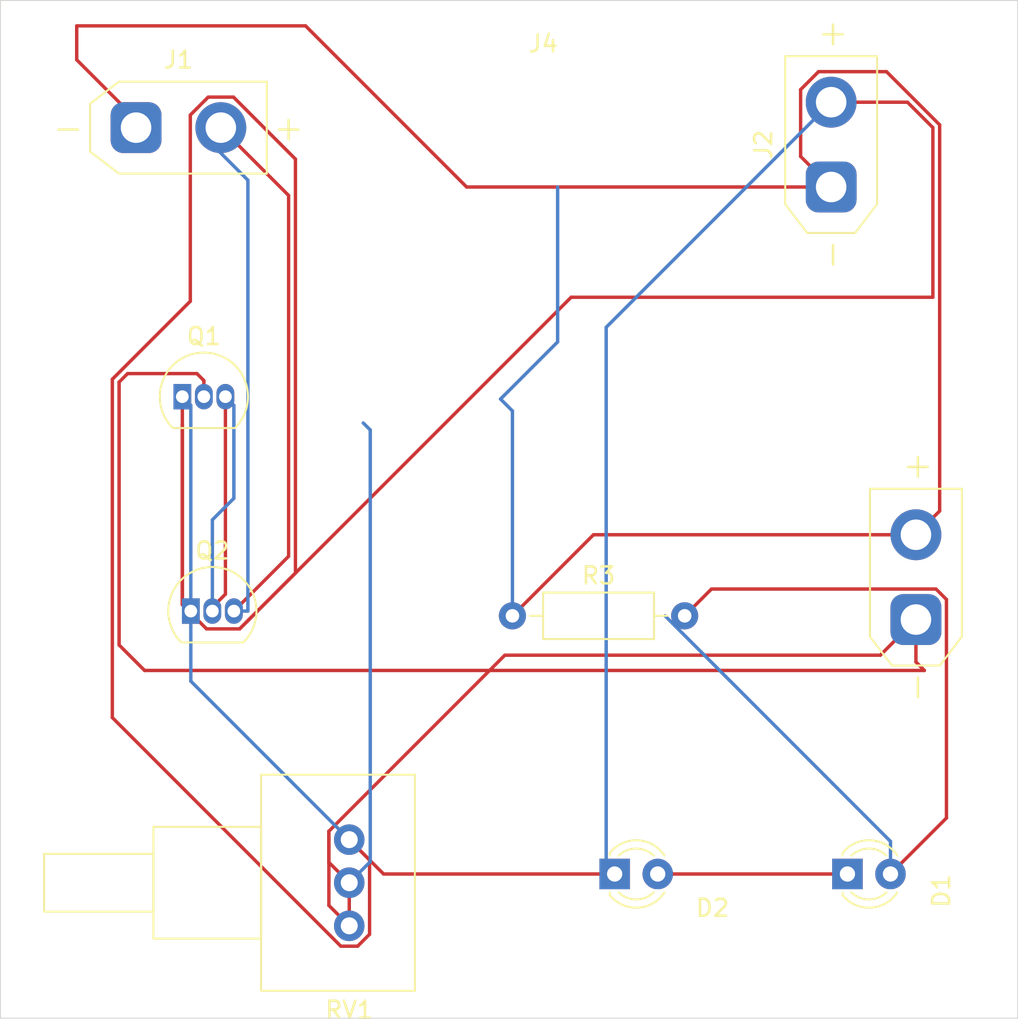
<source format=kicad_pcb>
(kicad_pcb (version 20240108) (generator "pcbnew") (generator_version "8.0")
  (layers (0 "F.Cu" signal) (31 "B.Cu" signal) (34 "B.Paste" user) (35 "F.Paste" user) (36 "B.SilkS" user "B.Silkscreen") (37 "F.SilkS" user "F.Silkscreen") (38 "B.Mask" user) (39 "F.Mask" user) (44 "Edge.Cuts" user))
  (net 0 "")
  (net 1 "Net-(D1-K)")
  (net 2 "Net-(D1-A)")
  (net 3 "Net-(D2-K)")
  (net 4 "Net-(J1-Pin_1)")
  (net 5 "Net-(J1-Pin_2)")
  (net 6 "Net-(J4-Pin_1)")
  (net 7 "Net-(Q1-C)")
  (footprint "LED_THT:LED_D3.0mm" (layer "F.Cu") (at 126.23 88.5)
    (property "Reference" "D2" (at 5.77 2 0) (layer "F.SilkS"))
    (property "Value" "LED")
    (fp_line (start -0.29 -1.236) (end -0.29 -1.08) (stroke (width 0.12)) (layer "F.SilkS"))
    (fp_line (start -0.29 1.08) (end -0.29 1.236) (stroke (width 0.12)) (layer "F.SilkS"))
    (fp_arc (start -0.29 -1.235516) (mid 1.365624 -1.987701) (end 2.941397 -1.080061) (stroke (width 0.12)) (layer "F.SilkS"))
    (fp_arc (start 0.229039 -1.08) (mid 1.269965 -1.5) (end 2.31091 -1.080049) (stroke (width 0.12)) (layer "F.SilkS"))
    (fp_arc (start 2.31091 1.080049) (mid 1.269965 1.5) (end 0.229039 1.08) (stroke (width 0.12)) (layer "F.SilkS"))
    (fp_arc (start 2.941397 1.080061) (mid 1.365624 1.987701) (end -0.29 1.235516) (stroke (width 0.12)) (layer "F.SilkS"))
    (pad "1" thru_hole rect (at 0 0) (size 1.8 1.8) (drill 0.9) (layers "*.Cu" "*.Mask") (net 3 "Net-(D2-K)"))
    (pad "2" thru_hole circle (at 2.54 0) (size 1.8 1.8) (drill 0.9) (layers "*.Cu" "*.Mask") (net 1 "Net-(D1-K)"))
  )
  (footprint "Connector_AMASS:AMASS_XT30UPB-M_1x02_P5.0mm_Vertical" (layer "F.Cu") (at 98 44.5)
    (property "Reference" "J1" (at 2.5 -4 0) (layer "F.SilkS"))
    (property "Value" "Conn_01x02")
    (fp_line (start -2.71 -1.41) (end -2.71 1.41) (stroke (width 0.12)) (layer "F.SilkS"))
    (fp_line (start -2.71 -1.41) (end -1.01 -2.71) (stroke (width 0.12)) (layer "F.SilkS"))
    (fp_line (start -2.71 1.41) (end -1.01 2.71) (stroke (width 0.12)) (layer "F.SilkS"))
    (fp_line (start -1.01 -2.71) (end 7.71 -2.71) (stroke (width 0.12)) (layer "F.SilkS"))
    (fp_line (start -1.01 2.71) (end 7.71 2.71) (stroke (width 0.12)) (layer "F.SilkS"))
    (fp_line (start 7.71 -2.71) (end 7.71 2.71) (stroke (width 0.12)) (layer "F.SilkS"))
    (fp_text user "-" (at -4 0 0) (layer "F.SilkS") (effects (font (size 1.5 1.5))))
    (fp_text user "+" (at 9 0 0) (layer "F.SilkS") (effects (font (size 1.5 1.5))))
    (pad "1" thru_hole roundrect (at 0 0) (size 3 3) (drill 1.8) (layers "*.Cu" "*.Mask") (net 4 "Net-(J1-Pin_1)"))
    (pad "2" thru_hole circle (at 5 0) (size 3 3) (drill 1.8) (layers "*.Cu" "*.Mask") (net 5 "Net-(J1-Pin_2)"))
  )
  (footprint "LED_THT:LED_D3.0mm" (layer "F.Cu") (at 139.96 88.5)
    (property "Reference" "D1" (at 5.54 1 90) (layer "F.SilkS"))
    (property "Value" "LED")
    (fp_line (start -0.29 -1.236) (end -0.29 -1.08) (stroke (width 0.12)) (layer "F.SilkS"))
    (fp_line (start -0.29 1.08) (end -0.29 1.236) (stroke (width 0.12)) (layer "F.SilkS"))
    (fp_arc (start -0.29 -1.235516) (mid 1.365624 -1.987701) (end 2.941397 -1.080061) (stroke (width 0.12)) (layer "F.SilkS"))
    (fp_arc (start 0.229039 -1.08) (mid 1.269965 -1.5) (end 2.31091 -1.080049) (stroke (width 0.12)) (layer "F.SilkS"))
    (fp_arc (start 2.31091 1.080049) (mid 1.269965 1.5) (end 0.229039 1.08) (stroke (width 0.12)) (layer "F.SilkS"))
    (fp_arc (start 2.941397 1.080061) (mid 1.365624 1.987701) (end -0.29 1.235516) (stroke (width 0.12)) (layer "F.SilkS"))
    (pad "1" thru_hole rect (at 0 0) (size 1.8 1.8) (drill 0.9) (layers "*.Cu" "*.Mask") (net 1 "Net-(D1-K)"))
    (pad "2" thru_hole circle (at 2.54 0) (size 1.8 1.8) (drill 0.9) (layers "*.Cu" "*.Mask") (net 2 "Net-(D1-A)"))
  )
  (footprint "Connector_AMASS:AMASS_XT30UPB-M_1x02_P5.0mm_Vertical" (layer "F.Cu") (at 144 73.5 90)
    (property "Reference" "J4" (at 33.95 -21.98 0) (layer "F.SilkS"))
    (property "Value" "Conn_01x02")
    (fp_line (start 7.71 -2.71) (end 7.71 2.71) (stroke (width 0.12)) (layer "F.SilkS"))
    (fp_line (start -1.01 -2.71) (end 7.71 -2.71) (stroke (width 0.12)) (layer "F.SilkS"))
    (fp_line (start -2.71 -1.41) (end -1.01 -2.71) (stroke (width 0.12)) (layer "F.SilkS"))
    (fp_line (start -2.71 -1.41) (end -2.71 1.41) (stroke (width 0.12)) (layer "F.SilkS"))
    (fp_line (start -2.71 1.41) (end -1.01 2.71) (stroke (width 0.12)) (layer "F.SilkS"))
    (fp_line (start -1.01 2.71) (end 7.71 2.71) (stroke (width 0.12)) (layer "F.SilkS"))
    (fp_text user "-" (at -4 0 90) (layer "F.SilkS") (effects (font (size 1.5 1.5))))
    (fp_text user "+" (at 9 0 90) (layer "F.SilkS") (effects (font (size 1.5 1.5))))
    (pad "1" thru_hole roundrect (at 0 0 90) (size 3 3) (drill 1.8) (layers "*.Cu" "*.Mask") (net 6 "Net-(J4-Pin_1)"))
    (pad "2" thru_hole circle (at 5 0 90) (size 3 3) (drill 1.8) (layers "*.Cu" "*.Mask") (net 4 "Net-(J1-Pin_1)"))
  )
  (footprint "Resistor_THT:R_Axial_DIN0207_L6.3mm_D2.5mm_P10.16mm_Horizontal" (layer "F.Cu") (at 120.2 73.28)
    (property "Reference" "R3" (at 5.08 -2.37 0) (layer "F.SilkS"))
    (property "Value" "10k")
    (fp_line (start 1.04 0) (end 1.81 0) (stroke (width 0.12)) (layer "F.SilkS"))
    (fp_line (start 1.81 -1.37) (end 1.81 1.37) (stroke (width 0.12)) (layer "F.SilkS"))
    (fp_line (start 1.81 1.37) (end 8.35 1.37) (stroke (width 0.12)) (layer "F.SilkS"))
    (fp_line (start 8.35 -1.37) (end 1.81 -1.37) (stroke (width 0.12)) (layer "F.SilkS"))
    (fp_line (start 8.35 1.37) (end 8.35 -1.37) (stroke (width 0.12)) (layer "F.SilkS"))
    (fp_line (start 9.12 0) (end 8.35 0) (stroke (width 0.12)) (layer "F.SilkS"))
    (pad "1" thru_hole circle (at 0 0) (size 1.6 1.6) (drill 0.8) (layers "*.Cu" "*.Mask") (net 4 "Net-(J1-Pin_1)"))
    (pad "2" thru_hole oval (at 10.16 0) (size 1.6 1.6) (drill 0.8) (layers "*.Cu" "*.Mask") (net 2 "Net-(D1-A)"))
  )
  (footprint "Package_TO_SOT_THT:TO-92_Inline" (layer "F.Cu") (at 100.73 60.36)
    (property "Reference" "Q1" (at 1.27 -3.56 0) (layer "F.SilkS"))
    (property "Value" "2N3904")
    (fp_line (start -0.53 1.85) (end 3.07 1.85) (stroke (width 0.12)) (layer "F.SilkS"))
    (fp_arc (start -0.568478 1.838478) (mid -1.132087 -0.994977) (end 1.27 -2.6) (stroke (width 0.12)) (layer "F.SilkS"))
    (fp_arc (start 1.27 -2.6) (mid 3.672087 -0.994977) (end 3.108478 1.838478) (stroke (width 0.12)) (layer "F.SilkS"))
    (pad "1" thru_hole rect (at 0 0) (size 1.05 1.5) (drill 0.75) (layers "*.Cu" "*.Mask") (net 3 "Net-(D2-K)"))
    (pad "2" thru_hole oval (at 1.27 0) (size 1.05 1.5) (drill 0.75) (layers "*.Cu" "*.Mask") (net 6 "Net-(J4-Pin_1)"))
    (pad "3" thru_hole oval (at 2.54 0) (size 1.05 1.5) (drill 0.75) (layers "*.Cu" "*.Mask") (net 7 "Net-(Q1-C)"))
  )
  (footprint "Package_TO_SOT_THT:TO-92_Inline" (layer "F.Cu") (at 101.23 73)
    (property "Reference" "Q2" (at 1.27 -3.56 0) (layer "F.SilkS"))
    (property "Value" "2N3904")
    (fp_line (start -0.53 1.85) (end 3.07 1.85) (stroke (width 0.12)) (layer "F.SilkS"))
    (fp_arc (start -0.568478 1.838478) (mid -1.132087 -0.994977) (end 1.27 -2.6) (stroke (width 0.12)) (layer "F.SilkS"))
    (fp_arc (start 1.27 -2.6) (mid 3.672087 -0.994977) (end 3.108478 1.838478) (stroke (width 0.12)) (layer "F.SilkS"))
    (pad "1" thru_hole rect (at 0 0) (size 1.05 1.5) (drill 0.75) (layers "*.Cu" "*.Mask") (net 3 "Net-(D2-K)"))
    (pad "2" thru_hole oval (at 1.27 0) (size 1.05 1.5) (drill 0.75) (layers "*.Cu" "*.Mask") (net 7 "Net-(Q1-C)"))
    (pad "3" thru_hole oval (at 2.54 0) (size 1.05 1.5) (drill 0.75) (layers "*.Cu" "*.Mask") (net 5 "Net-(J1-Pin_2)"))
  )
  (footprint "Connector_AMASS:AMASS_XT30UPB-M_1x02_P5.0mm_Vertical" (layer "F.Cu") (at 139 48 90)
    (property "Reference" "J2" (at 2.5 -4 90) (layer "F.SilkS"))
    (property "Value" "Conn_01x02")
    (fp_line (start 7.71 -2.71) (end 7.71 2.71) (stroke (width 0.12)) (layer "F.SilkS"))
    (fp_line (start -1.01 -2.71) (end 7.71 -2.71) (stroke (width 0.12)) (layer "F.SilkS"))
    (fp_line (start -2.71 -1.41) (end -1.01 -2.71) (stroke (width 0.12)) (layer "F.SilkS"))
    (fp_line (start -2.71 -1.41) (end -2.71 1.41) (stroke (width 0.12)) (layer "F.SilkS"))
    (fp_line (start -2.71 1.41) (end -1.01 2.71) (stroke (width 0.12)) (layer "F.SilkS"))
    (fp_line (start -1.01 2.71) (end 7.71 2.71) (stroke (width 0.12)) (layer "F.SilkS"))
    (fp_text user "+" (at 9 0 90) (layer "F.SilkS") (effects (font (size 1.5 1.5))))
    (fp_text user "-" (at -4 0 90) (layer "F.SilkS") (effects (font (size 1.5 1.5))))
    (pad "1" thru_hole roundrect (at 0 0 90) (size 3 3) (drill 1.8) (layers "*.Cu" "*.Mask") (net 4 "Net-(J1-Pin_1)"))
    (pad "2" thru_hole circle (at 5 0 90) (size 3 3) (drill 1.8) (layers "*.Cu" "*.Mask") (net 3 "Net-(D2-K)"))
  )
  (footprint "Potentiometer_THT:Potentiometer_Vishay_148-149_Single_Horizontal" (layer "F.Cu") (at 110.575 86.475 180)
    (property "Reference" "RV1" (at 0 -10.04 0) (layer "F.SilkS"))
    (property "Value" "10k")
    (fp_line (start 18 -4.244) (end 18 -0.835) (stroke (width 0.12)) (layer "F.SilkS"))
    (fp_line (start 11.55 -0.835) (end 18 -0.835) (stroke (width 0.12)) (layer "F.SilkS"))
    (fp_line (start 11.55 -4.244) (end 18 -4.244) (stroke (width 0.12)) (layer "F.SilkS"))
    (fp_line (start 11.55 -4.244) (end 11.55 -0.835) (stroke (width 0.12)) (layer "F.SilkS"))
    (fp_line (start 11.55 -5.835) (end 11.55 0.755) (stroke (width 0.12)) (layer "F.SilkS"))
    (fp_line (start 5.2 0.755) (end 11.55 0.755) (stroke (width 0.12)) (layer "F.SilkS"))
    (fp_line (start 5.2 -5.835) (end 11.55 -5.835) (stroke (width 0.12)) (layer "F.SilkS"))
    (fp_line (start 5.2 -5.835) (end 5.2 0.755) (stroke (width 0.12)) (layer "F.SilkS"))
    (fp_line (start 5.2 -8.91) (end 5.2 3.83) (stroke (width 0.12)) (layer "F.SilkS"))
    (fp_line (start -3.87 3.83) (end 5.2 3.83) (stroke (width 0.12)) (layer "F.SilkS"))
    (fp_line (start -3.87 -8.91) (end 5.2 -8.91) (stroke (width 0.12)) (layer "F.SilkS"))
    (fp_line (start -3.87 -8.91) (end -3.87 3.83) (stroke (width 0.12)) (layer "F.SilkS"))
    (pad "1" thru_hole circle (at 0 0 180) (size 1.8 1.8) (drill 1) (layers "*.Cu" "*.Mask") (net 3 "Net-(D2-K)"))
    (pad "2" thru_hole circle (at 0 -2.54 180) (size 1.8 1.8) (drill 1) (layers "*.Cu" "*.Mask") (net 6 "Net-(J4-Pin_1)"))
    (pad "3" thru_hole circle (at 0 -5.08 180) (size 1.8 1.8) (drill 1) (layers "*.Cu" "*.Mask") (net 6 "Net-(J4-Pin_1)"))
  )
  (gr_rect (start 90 37) (end 150 97) (stroke (width 0.05)) (fill none) (layer "Edge.Cuts"))
  (segment (start 128.77 88.5) (end 139.96 88.5) (width 0.2) (layer "F.Cu") (net 1))
  (segment (start 145.184926 71.7) (end 131.94 71.7) (width 0.2) (layer "F.Cu") (net 2))
  (segment (start 145.8 85.2) (end 145.8 72.315074) (width 0.2) (layer "F.Cu") (net 2))
  (segment (start 145.8 72.315074) (end 145.184926 71.7) (width 0.2) (layer "F.Cu") (net 2))
  (segment (start 131.94 71.7) (end 130.36 73.28) (width 0.2) (layer "F.Cu") (net 2))
  (segment (start 142.5 88.5) (end 145.8 85.2) (width 0.2) (layer "F.Cu") (net 2))
  (segment (start 129.2 73.28) (end 129.78 73.86) (width 0.2) (layer "B.Cu") (net 2))
  (segment (start 130.36 73.28) (end 129.78 73.86) (width 0.2) (layer "B.Cu") (net 2))
  (segment (start 129.78 73.86) (end 142.5 86.58) (width 0.2) (layer "B.Cu") (net 2))
  (segment (start 142.5 86.58) (end 142.5 88.5) (width 0.2) (layer "B.Cu") (net 2))
  (segment (start 112.6 88.5) (end 110.575 86.475) (width 0.2) (layer "F.Cu") (net 3))
  (segment (start 100.73 72.621726) (end 100.73 60.36) (width 0.2) (layer "F.Cu") (net 3))
  (segment (start 102.254415 42.7) (end 103.745585 42.7) (width 0.2) (layer "F.Cu") (net 3))
  (segment (start 110.575 86.475) (end 111.775 87.675) (width 0.2) (layer "F.Cu") (net 3))
  (segment (start 111.775 87.675) (end 111.775 92.052057) (width 0.2) (layer "F.Cu") (net 3))
  (segment (start 110.077943 92.755) (end 96.6 79.277057) (width 0.2) (layer "F.Cu") (net 3))
  (segment (start 123.661726 54.5) (end 104.111726 74.05) (width 0.2) (layer "F.Cu") (net 3))
  (segment (start 96.6 59.334314) (end 101.2 54.734314) (width 0.2) (layer "F.Cu") (net 3))
  (segment (start 102.158274 74.05) (end 100.73 72.621726) (width 0.2) (layer "F.Cu") (net 3))
  (segment (start 139 43) (end 143.5 43) (width 0.2) (layer "F.Cu") (net 3))
  (segment (start 103.745585 42.7) (end 107.4 46.354415) (width 0.2) (layer "F.Cu") (net 3))
  (segment (start 104.111726 74.05) (end 102.158274 74.05) (width 0.2) (layer "F.Cu") (net 3))
  (segment (start 111.072057 92.755) (end 110.077943 92.755) (width 0.2) (layer "F.Cu") (net 3))
  (segment (start 101.2 43.754415) (end 102.254415 42.7) (width 0.2) (layer "F.Cu") (net 3))
  (segment (start 101.2 54.734314) (end 101.2 43.754415) (width 0.2) (layer "F.Cu") (net 3))
  (segment (start 111.775 92.052057) (end 111.072057 92.755) (width 0.2) (layer "F.Cu") (net 3))
  (segment (start 107.4 70.761726) (end 104.111726 74.05) (width 0.2) (layer "F.Cu") (net 3))
  (segment (start 143.5 43) (end 145 44.5) (width 0.2) (layer "F.Cu") (net 3))
  (segment (start 126.23 88.5) (end 112.6 88.5) (width 0.2) (layer "F.Cu") (net 3))
  (segment (start 107.4 46.354415) (end 107.4 70.761726) (width 0.2) (layer "F.Cu") (net 3))
  (segment (start 96.6 79.277057) (end 96.6 59.334314) (width 0.2) (layer "F.Cu") (net 3))
  (segment (start 145 54.5) (end 123.661726 54.5) (width 0.2) (layer "F.Cu") (net 3))
  (segment (start 145 44.5) (end 145 54.5) (width 0.2) (layer "F.Cu") (net 3))
  (segment (start 100.73 72.621726) (end 100.73 62) (width 0.2) (layer "F.Cu") (net 3))
  (segment (start 125.73 56.27) (end 125.73 88.5) (width 0.2) (layer "B.Cu") (net 3))
  (segment (start 101.23 73) (end 101.23 77.13) (width 0.2) (layer "B.Cu") (net 3))
  (segment (start 101.23 60.86) (end 101.23 73) (width 0.2) (layer "B.Cu") (net 3))
  (segment (start 139 43) (end 125.73 56.27) (width 0.2) (layer "B.Cu") (net 3))
  (segment (start 101.23 77.13) (end 110.575 86.475) (width 0.2) (layer "B.Cu") (net 3))
  (segment (start 94.5 38.5) (end 108 38.5) (width 0.2) (layer "F.Cu") (net 4))
  (segment (start 145.4 44.334314) (end 145.4 67.1) (width 0.2) (layer "F.Cu") (net 4))
  (segment (start 98 44.5) (end 98 44) (width 0.2) (layer "F.Cu") (net 4))
  (segment (start 94.5 40.5) (end 94.5 38.5) (width 0.2) (layer "F.Cu") (net 4))
  (segment (start 137.2 42.254415) (end 138.254415 41.2) (width 0.2) (layer "F.Cu") (net 4))
  (segment (start 137.2 46.2) (end 137.2 42.254415) (width 0.2) (layer "F.Cu") (net 4))
  (segment (start 145.4 67.1) (end 144 68.5) (width 0.2) (layer "F.Cu") (net 4))
  (segment (start 108 38.5) (end 117.5 48) (width 0.2) (layer "F.Cu") (net 4))
  (segment (start 98 44) (end 94.5 40.5) (width 0.2) (layer "F.Cu") (net 4))
  (segment (start 138.254415 41.2) (end 142.265686 41.2) (width 0.2) (layer "F.Cu") (net 4))
  (segment (start 139 48) (end 137.2 46.2) (width 0.2) (layer "F.Cu") (net 4))
  (segment (start 117.5 48) (end 139 48) (width 0.2) (layer "F.Cu") (net 4))
  (segment (start 124.98 68.5) (end 120.2 73.28) (width 0.2) (layer "F.Cu") (net 4))
  (segment (start 142.265686 41.2) (end 145.4 44.334314) (width 0.2) (layer "F.Cu") (net 4))
  (segment (start 144 68.5) (end 124.98 68.5) (width 0.2) (layer "F.Cu") (net 4))
  (segment (start 119.5 60.5) (end 122.867 57.1329) (width 0.2) (layer "B.Cu") (net 4))
  (segment (start 122.867 57.1329) (end 122.867 48) (width 0.2) (layer "B.Cu") (net 4))
  (segment (start 119.5 60.5) (end 120.2 61.2) (width 0.2) (layer "B.Cu") (net 4))
  (segment (start 120.2 61.2) (end 120.2 73.28) (width 0.2) (layer "B.Cu") (net 4))
  (segment (start 107 48.5) (end 107 69.77) (width 0.2) (layer "F.Cu") (net 5))
  (segment (start 103 44.5) (end 107 48.5) (width 0.2) (layer "F.Cu") (net 5))
  (segment (start 107 69.77) (end 103.77 73) (width 0.2) (layer "F.Cu") (net 5))
  (segment (start 104.597 47.5967) (end 104.597 73) (width 0.2) (layer "B.Cu") (net 5))
  (segment (start 102.5 45.5) (end 104.597 47.5967) (width 0.2) (layer "B.Cu") (net 5))
  (segment (start 104.597 73) (end 103.77 73) (width 0.2) (layer "B.Cu") (net 5))
  (segment (start 109.375 90.355) (end 109.375 85.977943) (width 0.2) (layer "F.Cu") (net 6))
  (segment (start 144 76) (end 144 73.5) (width 0.2) (layer "F.Cu") (net 6))
  (segment (start 97.5 59) (end 97 59.5) (width 0.2) (layer "F.Cu") (net 6))
  (segment (start 119.752943 75.6) (end 141.9 75.6) (width 0.2) (layer "F.Cu") (net 6))
  (segment (start 102 59.41) (end 101.59 59) (width 0.2) (layer "F.Cu") (net 6))
  (segment (start 97 59.5) (end 97 75) (width 0.2) (layer "F.Cu") (net 6))
  (segment (start 141.9 75.6) (end 144 73.5) (width 0.2) (layer "F.Cu") (net 6))
  (segment (start 109.375 87.815) (end 109.375 85.977943) (width 0.2) (layer "F.Cu") (net 6))
  (segment (start 144.5 76.5) (end 144 76) (width 0.2) (layer "F.Cu") (net 6))
  (segment (start 109.375 85.977943) (end 119.752943 75.6) (width 0.2) (layer "F.Cu") (net 6))
  (segment (start 110.575 91.555) (end 109.375 90.355) (width 0.2) (layer "F.Cu") (net 6))
  (segment (start 102 60.36) (end 102 59.41) (width 0.2) (layer "F.Cu") (net 6))
  (segment (start 98.5 76.5) (end 144.5 76.5) (width 0.2) (layer "F.Cu") (net 6))
  (segment (start 97 75) (end 98.5 76.5) (width 0.2) (layer "F.Cu") (net 6))
  (segment (start 110.575 89.015) (end 109.375 87.815) (width 0.2) (layer "F.Cu") (net 6))
  (segment (start 101.59 59) (end 97.5 59) (width 0.2) (layer "F.Cu") (net 6))
  (segment (start 110.575 91.555) (end 110.575 89.015) (width 0.2) (layer "F.Cu") (net 6))
  (segment (start 111.814 62.3253) (end 111.4 61.9117) (width 0.2) (layer "B.Cu") (net 6))
  (segment (start 111.814 87.7761) (end 111.814 62.3253) (width 0.2) (layer "B.Cu") (net 6))
  (segment (start 110.575 89.015) (end 111.814 87.7761) (width 0.2) (layer "B.Cu") (net 6))
  (segment (start 103.27 72.005) (end 103.27 60.36) (width 0.2) (layer "F.Cu") (net 7))
  (segment (start 102.5 72.775) (end 103.27 72.005) (width 0.2) (layer "F.Cu") (net 7))
  (segment (start 102.5 73) (end 102.5 72.775) (width 0.2) (layer "F.Cu") (net 7))
  (segment (start 102.5 67.6205) (end 103.77 66.3505) (width 0.2) (layer "B.Cu") (net 7))
  (segment (start 102.5 73) (end 102.5 67.6205) (width 0.2) (layer "B.Cu") (net 7))
  (segment (start 103.77 66.3505) (end 103.77 60.86) (width 0.2) (layer "B.Cu") (net 7))
)
</source>
